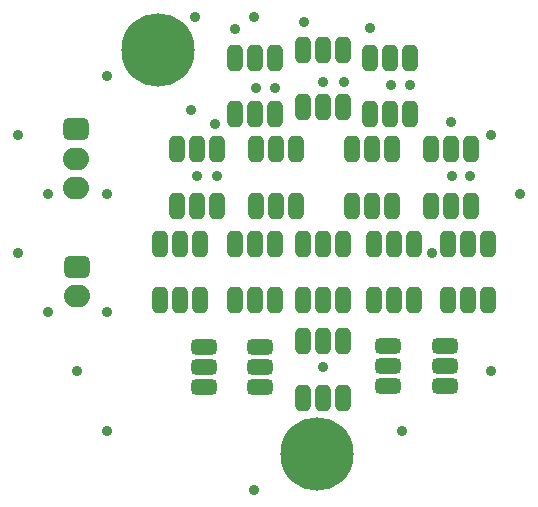
<source format=gts>
G04*
G04 #@! TF.GenerationSoftware,Altium Limited,Altium Designer,21.4.1 (30)*
G04*
G04 Layer_Color=8388736*
%FSLAX25Y25*%
%MOIN*%
G70*
G04*
G04 #@! TF.SameCoordinates,C5A25FCA-50C6-4F6C-8C9A-811C773B13C6*
G04*
G04*
G04 #@! TF.FilePolarity,Negative*
G04*
G01*
G75*
G04:AMPARAMS|DCode=14|XSize=86.74mil|YSize=51.31mil|CornerRadius=14.83mil|HoleSize=0mil|Usage=FLASHONLY|Rotation=180.000|XOffset=0mil|YOffset=0mil|HoleType=Round|Shape=RoundedRectangle|*
%AMROUNDEDRECTD14*
21,1,0.08674,0.02165,0,0,180.0*
21,1,0.05709,0.05131,0,0,180.0*
1,1,0.02965,-0.02854,0.01083*
1,1,0.02965,0.02854,0.01083*
1,1,0.02965,0.02854,-0.01083*
1,1,0.02965,-0.02854,-0.01083*
%
%ADD14ROUNDEDRECTD14*%
G04:AMPARAMS|DCode=15|XSize=86.74mil|YSize=51.31mil|CornerRadius=14.83mil|HoleSize=0mil|Usage=FLASHONLY|Rotation=270.000|XOffset=0mil|YOffset=0mil|HoleType=Round|Shape=RoundedRectangle|*
%AMROUNDEDRECTD15*
21,1,0.08674,0.02165,0,0,270.0*
21,1,0.05709,0.05131,0,0,270.0*
1,1,0.02965,-0.01083,-0.02854*
1,1,0.02965,-0.01083,0.02854*
1,1,0.02965,0.01083,0.02854*
1,1,0.02965,0.01083,-0.02854*
%
%ADD15ROUNDEDRECTD15*%
G04:AMPARAMS|DCode=16|XSize=74.93mil|YSize=86.74mil|CornerRadius=20.73mil|HoleSize=0mil|Usage=FLASHONLY|Rotation=270.000|XOffset=0mil|YOffset=0mil|HoleType=Round|Shape=RoundedRectangle|*
%AMROUNDEDRECTD16*
21,1,0.07493,0.04528,0,0,270.0*
21,1,0.03347,0.08674,0,0,270.0*
1,1,0.04146,-0.02264,-0.01673*
1,1,0.04146,-0.02264,0.01673*
1,1,0.04146,0.02264,0.01673*
1,1,0.04146,0.02264,-0.01673*
%
%ADD16ROUNDEDRECTD16*%
%ADD17O,0.08674X0.07493*%
%ADD18C,0.24422*%
%ADD19C,0.03556*%
D14*
X418500Y251000D02*
D03*
Y257693D02*
D03*
Y264386D02*
D03*
X437398Y251000D02*
D03*
Y257693D02*
D03*
Y264386D02*
D03*
X376000Y263992D02*
D03*
Y257299D02*
D03*
Y250606D02*
D03*
X357102Y263992D02*
D03*
Y257299D02*
D03*
Y250606D02*
D03*
D15*
X380945Y341602D02*
D03*
X374252D02*
D03*
X367559D02*
D03*
X380945Y360500D02*
D03*
X374252D02*
D03*
X367559D02*
D03*
X426001Y341602D02*
D03*
X419308D02*
D03*
X412615D02*
D03*
X426001Y360500D02*
D03*
X419308D02*
D03*
X412615D02*
D03*
X427193Y279602D02*
D03*
X420500D02*
D03*
X413807D02*
D03*
X427193Y298500D02*
D03*
X420500D02*
D03*
X413807D02*
D03*
X390307Y362898D02*
D03*
X397000D02*
D03*
X403693D02*
D03*
X390307Y344000D02*
D03*
X397000D02*
D03*
X403693D02*
D03*
X342614Y298500D02*
D03*
X349307D02*
D03*
X356000D02*
D03*
X342614Y279602D02*
D03*
X349307D02*
D03*
X356000D02*
D03*
X446193Y311102D02*
D03*
X439500D02*
D03*
X432807D02*
D03*
X446193Y330000D02*
D03*
X439500D02*
D03*
X432807D02*
D03*
X390114Y266000D02*
D03*
X396807D02*
D03*
X403500D02*
D03*
X390114Y247102D02*
D03*
X396807D02*
D03*
X403500D02*
D03*
X390307Y298500D02*
D03*
X397000D02*
D03*
X403693D02*
D03*
X390307Y279602D02*
D03*
X397000D02*
D03*
X403693D02*
D03*
X406614Y330000D02*
D03*
X413307D02*
D03*
X420000D02*
D03*
X406614Y311102D02*
D03*
X413307D02*
D03*
X420000D02*
D03*
X361500D02*
D03*
X354807D02*
D03*
X348114D02*
D03*
X361500Y330000D02*
D03*
X354807D02*
D03*
X348114D02*
D03*
X374614D02*
D03*
X381307D02*
D03*
X388000D02*
D03*
X374614Y311102D02*
D03*
X381307D02*
D03*
X388000D02*
D03*
X367614Y298500D02*
D03*
X374307D02*
D03*
X381000D02*
D03*
X367614Y279602D02*
D03*
X374307D02*
D03*
X381000D02*
D03*
X452000D02*
D03*
X445307D02*
D03*
X438614D02*
D03*
X452000Y298500D02*
D03*
X445307D02*
D03*
X438614D02*
D03*
D16*
X314500Y336685D02*
D03*
X315000Y290843D02*
D03*
D17*
X314500Y326842D02*
D03*
Y317000D02*
D03*
X315000Y281000D02*
D03*
D18*
X395000Y228500D02*
D03*
X342000Y363000D02*
D03*
D19*
X452756Y334646D02*
D03*
X462598Y314961D02*
D03*
X452756Y255906D02*
D03*
X433071Y295276D02*
D03*
X423228Y236221D02*
D03*
X374016Y374016D02*
D03*
Y216535D02*
D03*
X354331Y374016D02*
D03*
X324803Y354331D02*
D03*
Y314961D02*
D03*
Y275591D02*
D03*
X314961Y255906D02*
D03*
X324803Y236221D02*
D03*
X295276Y334646D02*
D03*
X305118Y314961D02*
D03*
X295276Y295276D02*
D03*
X305118Y275591D02*
D03*
X446000Y321000D02*
D03*
X390500Y372500D02*
D03*
X367500Y370000D02*
D03*
X419500Y351500D02*
D03*
X355000Y321000D02*
D03*
X381000Y350500D02*
D03*
X361500Y321000D02*
D03*
X439500Y339000D02*
D03*
X426000Y351500D02*
D03*
X412500Y370500D02*
D03*
X397000Y257500D02*
D03*
X440000Y321000D02*
D03*
X374500Y350500D02*
D03*
X353000Y343000D02*
D03*
X404000Y352500D02*
D03*
X397000D02*
D03*
X361000Y338500D02*
D03*
M02*

</source>
